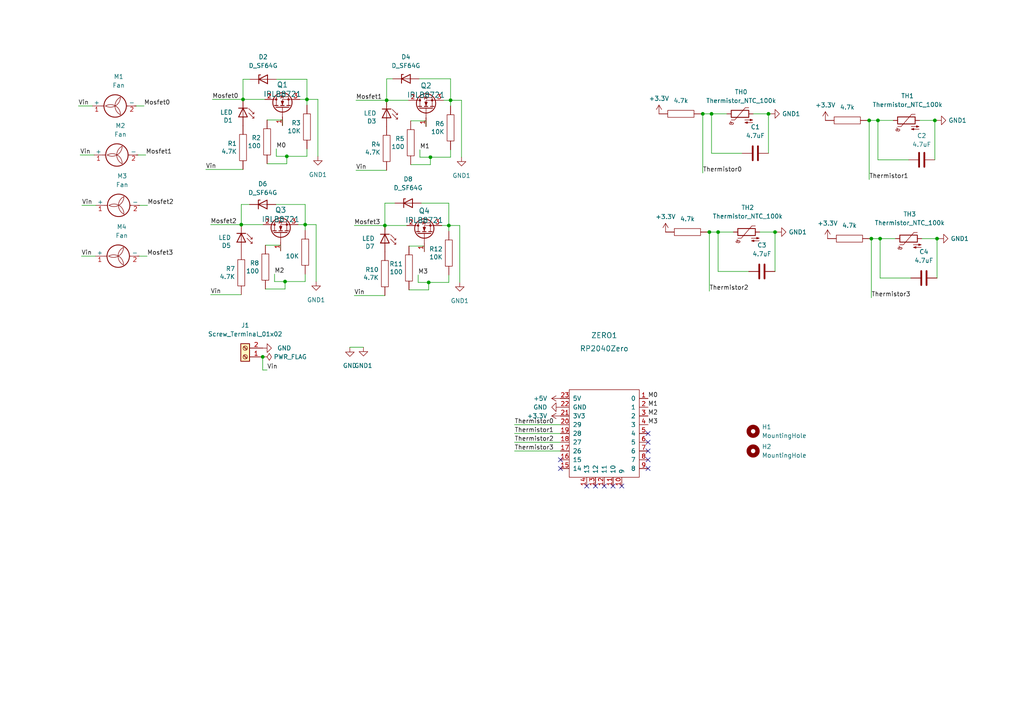
<source format=kicad_sch>
(kicad_sch (version 20230121) (generator eeschema)
  (paper "A4")
  (title_block (title "Aux board") (date "2023-02-12") (rev "0"))
  (lib_symbols
    (symbol "Connector:Screw_Terminal_01x02" (pin_names (offset 1.016) hide)
      (property "Reference" "J" (at 0 2.54 0))
      (property "Value" "Screw_Terminal_01x02" (at 0 -5.08 0))
      (symbol "Screw_Terminal_01x02_1_1"
        (rectangle (start -1.27 1.27) (end 1.27 -3.81) (stroke (width 0.254)) (fill (type background)))
        (circle (center 0 -2.54) (radius 0.635) (stroke (width 0.1524)))
        (polyline (pts (xy -0.5334 -2.2098) (xy 0.3302 -3.048)) (stroke (width 0.1524)))
        (polyline (pts (xy -0.5334 0.3302) (xy 0.3302 -0.508)) (stroke (width 0.1524)))
        (polyline (pts (xy -0.3556 -2.032) (xy 0.508 -2.8702)) (stroke (width 0.1524)))
        (polyline (pts (xy -0.3556 0.508) (xy 0.508 -0.3302)) (stroke (width 0.1524)))
        (circle (center 0 0) (radius 0.635) (stroke (width 0.1524)))
        (pin passive line (at -5.08 0 0) (length 3.81) (name "Pin_1") (number "1"))
        (pin passive line (at -5.08 -2.54 0) (length 3.81) (name "Pin_2") (number "2"))
      )
    )
    (symbol "Device:C" (pin_numbers hide) (pin_names (offset 0.254))
      (property "Reference" "C" (at 0.635 2.54 0))
      (property "Value" "C" (at 0.635 -2.54 0))
      (symbol "C_0_1"
        (polyline (pts (xy -2.032 -0.762) (xy 2.032 -0.762)) (stroke (width 0.508)))
        (polyline (pts (xy -2.032 0.762) (xy 2.032 0.762)) (stroke (width 0.508)))
      )
      (symbol "C_1_1"
        (pin passive line (at 0 3.81 270) (length 2.794) (name "~") (number "1"))
        (pin passive line (at 0 -3.81 90) (length 2.794) (name "~") (number "2"))
      )
    )
    (symbol "Device:D_Zener" (pin_numbers hide) (pin_names (offset 1.016) hide)
      (property "Reference" "D" (at 0 2.54 0))
      (property "Value" "D_Zener" (at 0 -2.54 0))
      (symbol "D_Zener_0_1"
        (polyline (pts (xy 1.27 0) (xy -1.27 0)))
        (polyline (pts (xy -1.27 -1.27) (xy -1.27 1.27) (xy -0.762 1.27)) (stroke (width 0.254)))
        (polyline (pts (xy 1.27 -1.27) (xy 1.27 1.27) (xy -1.27 0) (xy 1.27 -1.27)) (stroke (width 0.254)))
      )
      (symbol "D_Zener_1_1"
        (pin passive line (at -3.81 0 0) (length 2.54) (name "K") (number "1"))
        (pin passive line (at 3.81 0 180) (length 2.54) (name "A") (number "2"))
      )
    )
    (symbol "Device:Thermistor_NTC" (pin_numbers hide) (pin_names (offset 0))
      (property "Reference" "TH" (at -4.445 0 90))
      (property "Value" "Thermistor_NTC" (at 3.175 0 90))
      (symbol "Thermistor_NTC_0_1"
        (arc (start -3.048 2.159) (mid -3.0495 2.3143) (end -3.175 2.413))
        (arc (start -3.048 2.159) (mid -2.9736 1.9794) (end -2.794 1.905))
        (arc (start -3.048 2.794) (mid -2.9736 2.6144) (end -2.794 2.54))
        (arc (start -2.794 1.905) (mid -2.6144 1.9794) (end -2.54 2.159))
        (arc (start -2.794 2.54) (mid -2.4393 2.5587) (end -2.159 2.794))
        (arc (start -2.794 3.048) (mid -2.9736 2.9736) (end -3.048 2.794))
        (arc (start -2.54 2.794) (mid -2.6144 2.9736) (end -2.794 3.048))
        (rectangle (start -1.016 2.54) (end 1.016 -2.54) (stroke (width 0.254)))
        (polyline (pts (xy -2.54 2.159) (xy -2.54 2.794)))
        (polyline (pts (xy -1.778 2.54) (xy -1.778 1.524) (xy 1.778 -1.524) (xy 1.778 -2.54)))
        (polyline (pts (xy -2.54 -3.683) (xy -2.54 -1.397) (xy -2.794 -2.159) (xy -2.286 -2.159) (xy -2.54 -1.397) (xy -2.54 -1.651)) (fill (type outline)))
        (polyline (pts (xy -1.778 -1.397) (xy -1.778 -3.683) (xy -2.032 -2.921) (xy -1.524 -2.921) (xy -1.778 -3.683) (xy -1.778 -3.429)) (fill (type outline)))
      )
      (symbol "Thermistor_NTC_1_1"
        (pin passive line (at 0 3.81 270) (length 1.27) (name "~") (number "1"))
        (pin passive line (at 0 -3.81 90) (length 1.27) (name "~") (number "2"))
      )
    )
    (symbol "LED:CQY99" (pin_numbers hide) (pin_names (offset 1.016) hide)
      (property "Reference" "D" (at 0.508 1.778 0))
      (property "Value" "CQY99" (at -1.016 -2.794 0))
      (symbol "CQY99_0_1"
        (polyline (pts (xy -2.54 1.27) (xy -2.54 -1.27)) (stroke (width 0.254)))
        (polyline (pts (xy 0 0) (xy -2.54 0)))
        (polyline (pts (xy 0.381 3.175) (xy -0.127 3.175)))
        (polyline (pts (xy -1.143 1.651) (xy 0.381 3.175) (xy 0.381 2.667)))
        (polyline (pts (xy 0 -1.27) (xy -2.54 0) (xy 0 1.27) (xy 0 -1.27)) (stroke (width 0.254)))
        (polyline (pts (xy -2.413 1.651) (xy -0.889 3.175) (xy -0.889 2.667) (xy -0.889 3.175) (xy -1.397 3.175)))
      )
      (symbol "CQY99_1_1"
        (pin passive line (at -5.08 0 0) (length 2.54) (name "K") (number "1"))
        (pin passive line (at 2.54 0 180) (length 2.54) (name "A") (number "2"))
      )
    )
    (symbol "Mechanical:MountingHole" (pin_names (offset 1.016))
      (property "Reference" "H" (at 0 5.08 0))
      (property "Value" "MountingHole" (at 0 3.175 0))
      (symbol "MountingHole_0_1"
        (circle (center 0 0) (radius 1.27) (stroke (width 1.27)))
      )
    )
    (symbol "Motor:Fan" (pin_names (offset 0))
      (property "Reference" "M" (at 2.54 5.08 0))
      (property "Value" "Fan" (at 2.54 -2.54 0))
      (symbol "Fan_0_1"
        (arc (start -2.54 -0.508) (mid 0.0028 0.9121) (end 0 3.81))
        (polyline (pts (xy 0 -5.08) (xy 0 -4.572)))
        (polyline (pts (xy 0 -2.2352) (xy 0 -2.6416)))
        (polyline (pts (xy 0 4.2672) (xy 0 4.6228)))
        (polyline (pts (xy 0 4.572) (xy 0 5.08)))
        (circle (center 0 1.016) (radius 3.2512) (stroke (width 0.254)))
        (arc (start 0 3.81) (mid 0.053 0.921) (end 2.54 -0.508))
        (arc (start 2.54 -0.508) (mid 0 1.0618) (end -2.54 -0.508))
      )
      (symbol "Fan_1_1"
        (pin passive line (at 0 7.62 270) (length 2.54) (name "+") (number "1"))
        (pin passive line (at 0 -5.08 90) (length 2.54) (name "-") (number "2"))
      )
    )
    (symbol "Transistor_FET:IRLB8721PBF" (pin_names hide)
      (property "Reference" "Q" (at 6.35 1.905 0))
      (property "Value" "IRLB8721PBF" (at 6.35 0 0))
      (symbol "IRLB8721PBF_0_1"
        (polyline (pts (xy 0.254 0) (xy -2.54 0)))
        (polyline (pts (xy 0.254 1.905) (xy 0.254 -1.905)) (stroke (width 0.254)))
        (polyline (pts (xy 0.762 -1.27) (xy 0.762 -2.286)) (stroke (width 0.254)))
        (polyline (pts (xy 0.762 0.508) (xy 0.762 -0.508)) (stroke (width 0.254)))
        (polyline (pts (xy 0.762 2.286) (xy 0.762 1.27)) (stroke (width 0.254)))
        (polyline (pts (xy 2.54 2.54) (xy 2.54 1.778)))
        (polyline (pts (xy 2.54 -2.54) (xy 2.54 0) (xy 0.762 0)))
        (polyline (pts (xy 0.762 -1.778) (xy 3.302 -1.778) (xy 3.302 1.778) (xy 0.762 1.778)))
        (polyline (pts (xy 1.016 0) (xy 2.032 0.381) (xy 2.032 -0.381) (xy 1.016 0)) (fill (type outline)))
        (polyline (pts (xy 2.794 0.508) (xy 2.921 0.381) (xy 3.683 0.381) (xy 3.81 0.254)))
        (polyline (pts (xy 3.302 0.381) (xy 2.921 -0.254) (xy 3.683 -0.254) (xy 3.302 0.381)))
        (circle (center 1.651 0) (radius 2.794) (stroke (width 0.254)))
        (circle (center 2.54 -1.778) (radius 0.254) (fill (type outline)))
        (circle (center 2.54 1.778) (radius 0.254) (fill (type outline)))
      )
      (symbol "IRLB8721PBF_1_1"
        (pin input line (at -5.08 0 0) (length 2.54) (name "G") (number "1"))
        (pin passive line (at 2.54 5.08 270) (length 2.54) (name "D") (number "2"))
        (pin passive line (at 2.54 -5.08 90) (length 2.54) (name "S") (number "3"))
      )
    )
    (symbol "mcu:rp2040-zero" (pin_names (offset 1.016))
      (property "Reference" "U" (at 0 15.24 0))
      (property "Value" "rp2040-zero" (at 0 12.7 0))
      (symbol "rp2040-zero_0_1"
        (rectangle (start -10.16 11.43) (end 10.16 -13.97))
      )
      (symbol "rp2040-zero_1_1"
        (pin bidirectional line (at 12.7 8.89 180) (length 2.54) (name "0") (number "1"))
        (pin bidirectional line (at 5.08 -16.51 90) (length 2.54) (name "9") (number "10"))
        (pin bidirectional line (at 2.54 -16.51 90) (length 2.54) (name "10") (number "11"))
        (pin bidirectional line (at 0 -16.51 90) (length 2.54) (name "11") (number "12"))
        (pin bidirectional line (at -2.54 -16.51 90) (length 2.54) (name "12") (number "13"))
        (pin bidirectional line (at -5.08 -16.51 90) (length 2.54) (name "13") (number "14"))
        (pin bidirectional line (at -12.7 -11.43 0) (length 2.54) (name "14") (number "15"))
        (pin bidirectional line (at -12.7 -8.89 0) (length 2.54) (name "15") (number "16"))
        (pin bidirectional line (at -12.7 -6.35 0) (length 2.54) (name "26") (number "17"))
        (pin bidirectional line (at -12.7 -3.81 0) (length 2.54) (name "27") (number "18"))
        (pin bidirectional line (at -12.7 -1.27 0) (length 2.54) (name "28") (number "19"))
        (pin bidirectional line (at 12.7 6.35 180) (length 2.54) (name "1") (number "2"))
        (pin bidirectional line (at -12.7 1.27 0) (length 2.54) (name "29") (number "20"))
        (pin power_out line (at -12.7 3.81 0) (length 2.54) (name "3V3") (number "21"))
        (pin power_out line (at -12.7 6.35 0) (length 2.54) (name "GND") (number "22"))
        (pin power_out line (at -12.7 8.89 0) (length 2.54) (name "5V") (number "23"))
        (pin bidirectional line (at 12.7 3.81 180) (length 2.54) (name "2") (number "3"))
        (pin bidirectional line (at 12.7 1.27 180) (length 2.54) (name "3") (number "4"))
        (pin bidirectional line (at 12.7 -1.27 180) (length 2.54) (name "4") (number "5"))
        (pin bidirectional line (at 12.7 -3.81 180) (length 2.54) (name "5") (number "6"))
        (pin bidirectional line (at 12.7 -6.35 180) (length 2.54) (name "6") (number "7"))
        (pin bidirectional line (at 12.7 -8.89 180) (length 2.54) (name "7") (number "8"))
        (pin bidirectional line (at 12.7 -11.43 180) (length 2.54) (name "8") (number "9"))
      )
    )
    (symbol "power:+3.3V" (power) (pin_names (offset 0))
      (property "Value" "+3.3V" (at 0 3.556 0))
      (symbol "+3.3V_0_1"
        (polyline (pts (xy -0.762 1.27) (xy 0 2.54)))
        (polyline (pts (xy 0 0) (xy 0 2.54)))
        (polyline (pts (xy 0 2.54) (xy 0.762 1.27)))
      )
      (symbol "+3.3V_1_1"
        (pin power_in line (at 0 0 90) (length 0) hide (name "+3.3V") (number "1"))
      )
    )
    (symbol "power:+5V" (power) (pin_names (offset 0))
      (property "Value" "+5V" (at 0 3.556 0))
      (symbol "+5V_0_1"
        (polyline (pts (xy -0.762 1.27) (xy 0 2.54)))
        (polyline (pts (xy 0 0) (xy 0 2.54)))
        (polyline (pts (xy 0 2.54) (xy 0.762 1.27)))
      )
      (symbol "+5V_1_1"
        (pin power_in line (at 0 0 90) (length 0) hide (name "+5V") (number "1"))
      )
    )
    (symbol "power:GND" (power) (pin_names (offset 0))
      (property "Value" "GND" (at 0 -3.81 0))
      (symbol "GND_0_1"
        (polyline (pts (xy 0 0) (xy 0 -1.27) (xy 1.27 -1.27) (xy 0 -2.54) (xy -1.27 -1.27) (xy 0 -1.27)))
      )
      (symbol "GND_1_1"
        (pin power_in line (at 0 0 270) (length 0) hide (name "GND") (number "1"))
      )
    )
    (symbol "power:GND1" (power) (pin_names (offset 0))
      (property "Value" "GND1" (at 0 -3.81 0))
      (symbol "GND1_0_1"
        (polyline (pts (xy 0 0) (xy 0 -1.27) (xy 1.27 -1.27) (xy 0 -2.54) (xy -1.27 -1.27) (xy 0 -1.27)))
      )
      (symbol "GND1_1_1"
        (pin power_in line (at 0 0 270) (length 0) hide (name "GND1") (number "1"))
      )
    )
    (symbol "power:PWR_FLAG" (power) (pin_numbers hide) (pin_names (offset 0) hide)
      (property "Value" "PWR_FLAG" (at 0 3.81 0))
      (symbol "PWR_FLAG_0_0"
        (pin power_out line (at 0 0 90) (length 0) (name "pwr") (number "1"))
      )
      (symbol "PWR_FLAG_0_1"
        (polyline (pts (xy 0 0) (xy 0 1.27) (xy -1.016 1.905) (xy 0 2.54) (xy 1.016 1.905) (xy 0 1.27)))
      )
    )
    (symbol "pspice:R" (pin_numbers hide) (pin_names (offset 0))
      (property "Reference" "R" (at 2.032 0 90))
      (property "Value" "R" (at 0 0 90))
      (symbol "R_0_1"
        (rectangle (start -1.016 3.81) (end 1.016 -3.81))
      )
      (symbol "R_1_1"
        (pin passive line (at 0 6.35 270) (length 2.54) (name "~") (number "1"))
        (pin passive line (at 0 -6.35 90) (length 2.54) (name "~") (number "2"))
      )
    )
  )
  (junction (at 124.841 45.593))
  (junction (at 224.79 67.31))
  (junction (at 89.027 28.829))
  (junction (at 83.185 45.339))
  (junction (at 222.885 33.02))
  (junction (at 208.28 67.31))
  (junction (at 130.683 29.083))
  (junction (at 76.2 103.505))
  (junction (at 255.27 69.215))
  (junction (at 252.095 34.925))
  (junction (at 271.78 69.215))
  (junction (at 203.835 33.02))
  (junction (at 82.677 81.661))
  (junction (at 271.145 34.925))
  (junction (at 111.633 65.405))
  (junction (at 69.977 65.151))
  (junction (at 252.73 69.215))
  (junction (at 206.375 33.02))
  (junction (at 130.175 65.405))
  (junction (at 124.333 81.915))
  (junction (at 205.74 67.31))
  (junction (at 254.635 34.925))
  (junction (at 88.519 65.151))
  (junction (at 70.485 28.829))
  (junction (at 112.141 29.083))
  (no_connect (at 187.96 135.89))
  (no_connect (at 187.96 133.35))
  (no_connect (at 177.8 140.97))
  (no_connect (at 187.96 128.27))
  (no_connect (at 187.96 130.81))
  (no_connect (at 170.18 140.97))
  (no_connect (at 175.26 140.97))
  (no_connect (at 162.56 133.35))
  (no_connect (at 187.96 125.73))
  (no_connect (at 180.34 140.97))
  (no_connect (at 172.72 140.97))
  (no_connect (at 162.56 135.89))
  (wire (pts (xy 76.962 71.12) (xy 81.407 71.12)))
  (wire (pts (xy 254.635 46.355) (xy 254.635 34.925)))
  (wire (pts (xy 23.749 59.563) (xy 27.813 59.563)))
  (wire (pts (xy 217.17 78.74) (xy 208.28 78.74)))
  (wire (pts (xy 263.525 46.355) (xy 254.635 46.355)))
  (wire (pts (xy 130.175 65.405) (xy 130.175 67.056)))
  (wire (pts (xy 69.977 85.471) (xy 61.087 85.471)))
  (wire (pts (xy 203.835 33.02) (xy 203.835 50.165)))
  (wire (pts (xy 222.885 33.02) (xy 222.885 44.45)))
  (wire (pts (xy 77.47 34.798) (xy 81.915 34.798)))
  (wire (pts (xy 267.335 69.215) (xy 271.78 69.215)))
  (wire (pts (xy 124.333 84.074) (xy 124.333 81.915)))
  (wire (pts (xy 112.141 22.86) (xy 112.141 29.083)))
  (wire (pts (xy 112.141 49.403) (xy 103.251 49.403)))
  (wire (pts (xy 111.633 65.405) (xy 117.983 65.405)))
  (wire (pts (xy 61.595 28.829) (xy 70.485 28.829)))
  (wire (pts (xy 252.095 34.925) (xy 254.635 34.925)))
  (wire (pts (xy 59.69 49.149) (xy 70.485 49.149)))
  (wire (pts (xy 69.977 65.151) (xy 61.087 65.151)))
  (wire (pts (xy 72.517 22.987) (xy 70.485 22.987)))
  (wire (pts (xy 124.333 81.915) (xy 121.285 81.915)))
  (wire (pts (xy 89.027 28.829) (xy 92.202 28.829)))
  (wire (pts (xy 112.141 29.083) (xy 118.491 29.083)))
  (wire (pts (xy 130.175 79.756) (xy 130.175 81.915)))
  (wire (pts (xy 121.793 45.593) (xy 121.793 43.434)))
  (wire (pts (xy 89.027 22.987) (xy 89.027 28.829)))
  (wire (pts (xy 208.28 67.31) (xy 212.725 67.31)))
  (wire (pts (xy 271.78 69.215) (xy 271.78 80.645)))
  (wire (pts (xy 92.202 28.829) (xy 92.202 45.339)))
  (wire (pts (xy 80.01 59.309) (xy 88.519 59.309)))
  (wire (pts (xy 77.47 107.315) (xy 76.2 107.315)))
  (wire (pts (xy 113.919 22.86) (xy 112.141 22.86)))
  (wire (pts (xy 83.185 45.339) (xy 89.027 45.339)))
  (wire (pts (xy 203.835 33.02) (xy 206.375 33.02)))
  (wire (pts (xy 77.47 47.498) (xy 83.185 47.498)))
  (wire (pts (xy 215.265 44.45) (xy 206.375 44.45)))
  (wire (pts (xy 271.145 34.925) (xy 271.145 46.355)))
  (wire (pts (xy 252.095 34.925) (xy 252.095 52.07)))
  (wire (pts (xy 83.185 47.498) (xy 83.185 45.339)))
  (wire (pts (xy 114.554 58.928) (xy 111.633 58.928)))
  (wire (pts (xy 205.74 67.31) (xy 208.28 67.31)))
  (wire (pts (xy 39.497 30.734) (xy 41.783 30.734)))
  (wire (pts (xy 88.519 79.502) (xy 88.519 81.661)))
  (wire (pts (xy 88.519 59.309) (xy 88.519 65.151)))
  (wire (pts (xy 205.74 67.31) (xy 205.74 84.455)))
  (wire (pts (xy 124.841 45.593) (xy 121.793 45.593)))
  (wire (pts (xy 121.539 22.86) (xy 130.683 22.86)))
  (wire (pts (xy 91.694 65.151) (xy 91.694 81.661)))
  (wire (pts (xy 149.225 125.73) (xy 162.56 125.73)))
  (wire (pts (xy 40.005 44.958) (xy 42.291 44.958)))
  (wire (pts (xy 111.633 65.405) (xy 102.743 65.405)))
  (wire (pts (xy 130.683 29.083) (xy 133.858 29.083)))
  (wire (pts (xy 40.513 59.563) (xy 42.799 59.563)))
  (wire (pts (xy 76.2 107.315) (xy 76.2 103.505)))
  (wire (pts (xy 222.885 33.02) (xy 223.52 33.02)))
  (wire (pts (xy 111.633 65.405) (xy 111.633 66.675)))
  (wire (pts (xy 88.519 65.151) (xy 88.519 66.802)))
  (wire (pts (xy 124.841 47.752) (xy 124.841 45.593)))
  (wire (pts (xy 101.473 100.711) (xy 101.473 100.838)))
  (wire (pts (xy 208.28 78.74) (xy 208.28 67.31)))
  (wire (pts (xy 206.375 44.45) (xy 206.375 33.02)))
  (wire (pts (xy 86.487 65.151) (xy 88.519 65.151)))
  (wire (pts (xy 23.241 44.958) (xy 27.305 44.958)))
  (wire (pts (xy 69.977 65.151) (xy 69.977 66.421)))
  (wire (pts (xy 130.175 65.405) (xy 133.35 65.405)))
  (wire (pts (xy 76.962 83.82) (xy 82.677 83.82)))
  (wire (pts (xy 89.027 43.18) (xy 89.027 45.339)))
  (wire (pts (xy 218.44 33.02) (xy 222.885 33.02)))
  (wire (pts (xy 80.137 45.339) (xy 80.137 43.18)))
  (wire (pts (xy 255.27 80.645) (xy 255.27 69.215)))
  (wire (pts (xy 22.733 30.734) (xy 26.797 30.734)))
  (wire (pts (xy 118.618 84.074) (xy 124.333 84.074)))
  (wire (pts (xy 119.126 35.052) (xy 123.571 35.052)))
  (wire (pts (xy 128.143 65.405) (xy 130.175 65.405)))
  (wire (pts (xy 255.27 69.215) (xy 259.715 69.215)))
  (wire (pts (xy 70.485 22.987) (xy 70.485 28.829)))
  (wire (pts (xy 118.618 71.374) (xy 123.063 71.374)))
  (wire (pts (xy 69.977 59.309) (xy 69.977 65.151)))
  (wire (pts (xy 86.995 28.829) (xy 89.027 28.829)))
  (wire (pts (xy 130.683 22.86) (xy 130.683 29.083)))
  (wire (pts (xy 271.145 34.925) (xy 271.78 34.925)))
  (wire (pts (xy 112.141 29.083) (xy 112.141 30.353)))
  (wire (pts (xy 40.386 74.295) (xy 42.672 74.295)))
  (wire (pts (xy 130.175 58.928) (xy 130.175 65.405)))
  (wire (pts (xy 82.677 81.661) (xy 88.519 81.661)))
  (wire (pts (xy 69.977 65.151) (xy 76.327 65.151)))
  (wire (pts (xy 80.137 22.987) (xy 89.027 22.987)))
  (wire (pts (xy 82.677 83.82) (xy 82.677 81.661)))
  (wire (pts (xy 121.285 81.915) (xy 121.285 79.756)))
  (wire (pts (xy 266.7 34.925) (xy 271.145 34.925)))
  (wire (pts (xy 72.39 59.309) (xy 69.977 59.309)))
  (wire (pts (xy 23.622 74.295) (xy 27.686 74.295)))
  (wire (pts (xy 206.375 33.02) (xy 210.82 33.02)))
  (wire (pts (xy 111.633 58.928) (xy 111.633 65.405)))
  (wire (pts (xy 130.683 43.434) (xy 130.683 45.593)))
  (wire (pts (xy 112.141 29.083) (xy 103.251 29.083)))
  (wire (pts (xy 79.629 81.661) (xy 79.629 79.502)))
  (wire (pts (xy 124.333 81.915) (xy 130.175 81.915)))
  (wire (pts (xy 149.225 128.27) (xy 162.56 128.27)))
  (wire (pts (xy 149.225 130.81) (xy 162.56 130.81)))
  (wire (pts (xy 123.571 35.052) (xy 123.571 36.703)))
  (wire (pts (xy 149.225 123.19) (xy 162.56 123.19)))
  (wire (pts (xy 122.174 58.928) (xy 130.175 58.928)))
  (wire (pts (xy 83.185 45.339) (xy 80.137 45.339)))
  (wire (pts (xy 271.78 69.215) (xy 272.415 69.215)))
  (wire (pts (xy 130.683 29.083) (xy 130.683 30.734)))
  (wire (pts (xy 264.16 80.645) (xy 255.27 80.645)))
  (wire (pts (xy 252.73 69.215) (xy 252.73 86.36)))
  (wire (pts (xy 133.858 29.083) (xy 133.858 45.593)))
  (wire (pts (xy 81.915 34.798) (xy 81.915 36.449)))
  (wire (pts (xy 88.519 65.151) (xy 91.694 65.151)))
  (wire (pts (xy 119.126 47.752) (xy 124.841 47.752)))
  (wire (pts (xy 128.651 29.083) (xy 130.683 29.083)))
  (wire (pts (xy 224.79 67.31) (xy 224.79 78.74)))
  (wire (pts (xy 133.35 65.405) (xy 133.35 81.915)))
  (wire (pts (xy 224.79 67.31) (xy 225.425 67.31)))
  (wire (pts (xy 89.027 28.829) (xy 89.027 30.48)))
  (wire (pts (xy 124.841 45.593) (xy 130.683 45.593)))
  (wire (pts (xy 82.677 81.661) (xy 79.629 81.661)))
  (wire (pts (xy 252.73 69.215) (xy 255.27 69.215)))
  (wire (pts (xy 105.41 100.711) (xy 101.473 100.711)))
  (wire (pts (xy 111.633 85.725) (xy 102.743 85.725)))
  (wire (pts (xy 254.635 34.925) (xy 259.08 34.925)))
  (wire (pts (xy 81.407 71.12) (xy 81.407 72.771)))
  (wire (pts (xy 123.063 71.374) (xy 123.063 73.025)))
  (wire (pts (xy 220.345 67.31) (xy 224.79 67.31)))
  (wire (pts (xy 70.485 28.829) (xy 76.835 28.829)))
  (label "M2" (at 187.96 120.65 0))
  (label "Vin" (at 23.622 74.295 0))
  (label "Mosfet0" (at 41.783 30.734 0))
  (label "Thermistor0" (at 149.225 123.19 0))
  (label "M1" (at 187.96 118.11 0))
  (label "Vin" (at 102.743 85.725 0))
  (label "Vin" (at 103.251 49.403 0))
  (label "Vin" (at 61.087 85.471 0))
  (label "Mosfet2" (at 61.087 65.151 0))
  (label "Vin" (at 23.241 44.958 0))
  (label "Mosfet0" (at 61.595 28.829 0))
  (label "M3" (at 121.285 79.756 0))
  (label "Vin" (at 22.733 30.734 0))
  (label "Vin" (at 23.749 59.563 0))
  (label "Mosfet1" (at 103.251 29.083 0))
  (label "M2" (at 79.629 79.502 0))
  (label "Thermistor2" (at 149.225 128.27 0))
  (label "Thermistor3" (at 149.225 130.81 0))
  (label "Thermistor1" (at 149.225 125.73 0))
  (label "Thermistor2" (at 205.74 84.455 0))
  (label "Mosfet2" (at 42.799 59.563 0))
  (label "M1" (at 121.793 43.434 0))
  (label "M0" (at 80.137 43.18 0))
  (label "Thermistor1" (at 252.095 52.07 0))
  (label "Vin" (at 77.47 107.315 0))
  (label "Mosfet1" (at 42.291 44.958 0))
  (label "Mosfet3" (at 42.672 74.295 0))
  (label "Vin" (at 59.69 49.149 0))
  (label "Thermistor0" (at 203.835 50.165 0))
  (label "Mosfet3" (at 102.743 65.405 0))
  (label "M0" (at 187.96 115.57 0))
  (label "M3" (at 187.96 123.19 0))
  (label "Thermistor3" (at 252.73 86.36 0))
  (symbol (lib_id "mcu:rp2040-zero") (at 175.26 124.46 0) (unit 1)
    (property "Reference" "ZERO1" (at 175.26 97.282 0) (effects (font (size 1.524 1.524))))
    (property "Value" "RP2040Zero" (at 175.26 101.092 0) (effects (font (size 1.524 1.524))))
    (property "Footprint" "mcu:rp2040-zero-tht" (effects hide))
  )
  (symbol (lib_id "LED:CQY99") (at 70.485 33.909 270) (unit 1)
    (property "Reference" "D1" (at 67.5132 34.8996 90) (effects (justify right)))
    (property "Value" "LED" (at 67.5132 32.5882 90) (effects (justify right)))
    (property "Footprint" "LED_THT:LED_D5.0mm_IRGrey" (effects hide))
    (property "Datasheet" "https://www.prtice.info/IMG/pdf/CQY99.pdf" (effects hide))
    (property "LCSC" "C84256" (effects hide))
    (property "MPN" "17-215SURC/S530-A2/TR8 " (effects hide))
    (property "SKU" "304090046" (effects hide))
  )
  (symbol (lib_id "power:+3.3V") (at 239.395 34.925 0) (unit 1)
    (property "Reference" "#PWR07" (effects hide))
    (property "Value" "+3.3V" (at 239.395 30.48 0))
  )
  (symbol (lib_id "pspice:R") (at 130.683 37.084 0) (mirror x) (unit 1)
    (property "Reference" "R6" (at 128.905 35.9156 0) (effects (justify right)))
    (property "Value" "10K" (at 128.905 38.227 0) (effects (justify right)))
    (property "Footprint" "Resistor_THT:R_Axial_DIN0204_L3.6mm_D1.6mm_P5.08mm_Horizontal" (effects hide))
    (property "LCSC" "C17414" (effects hide))
    (property "MPN" "RC0805JR-0710KL" (effects hide))
    (property "SKU" "301010361" (effects hide))
  )
  (symbol (lib_id "Device:Thermistor_NTC") (at 216.535 67.31 90) (unit 1)
    (property "Reference" "TH2" (at 216.8525 60.198 90))
    (property "Value" "Thermistor_NTC_100k" (at 216.8525 62.738 90))
    (property "Footprint" "Connector_JST:JST_XH_B2B-XH-A_1x02_P2.50mm_Vertical" (effects hide))
  )
  (symbol (lib_id "Motor:Fan") (at 34.417 30.734 90) (unit 1)
    (property "Reference" "M1" (at 34.417 22.225 90))
    (property "Value" "Fan" (at 34.417 24.765 90))
    (property "Footprint" "Connector_JST:JST_XH_B2B-XH-A_1x02_P2.50mm_Vertical" (effects hide))
  )
  (symbol (lib_id "Device:D_Zener") (at 76.2 59.309 0) (unit 1)
    (property "Reference" "D6" (at 76.2 53.34 0))
    (property "Value" "D_SF64G" (at 76.2 55.88 0))
    (property "Footprint" "Diode_THT:D_DO-201AD_P12.70mm_Horizontal" (effects hide))
  )
  (symbol (lib_id "Connector:Screw_Terminal_01x02") (at 71.12 103.505 180) (unit 1)
    (property "Reference" "J1" (at 71.12 94.361 0))
    (property "Value" "Screw_Terminal_01x02" (at 71.12 96.901 0))
    (property "Footprint" "TerminalBlock_Philmore:TerminalBlock_Philmore_TB132_1x02_P5.00mm_Horizontal" (effects hide))
  )
  (symbol (lib_id "Device:C") (at 267.97 80.645 90) (unit 1)
    (property "Reference" "C4" (at 267.97 73.025 90))
    (property "Value" "4.7uF" (at 267.97 75.565 90))
    (property "Footprint" "Capacitor_THT:CP_Radial_D4.0mm_P1.50mm" (effects hide))
  )
  (symbol (lib_id "pspice:R") (at 76.962 77.47 0) (mirror x) (unit 1)
    (property "Reference" "R8" (at 75.184 76.3016 0) (effects (justify right)))
    (property "Value" "100" (at 75.184 78.613 0) (effects (justify right)))
    (property "Footprint" "Resistor_THT:R_Axial_DIN0204_L3.6mm_D1.6mm_P5.08mm_Horizontal" (effects hide))
    (property "LCSC" "C17408" (effects hide))
    (property "MPN" "RC0805JR-07100RL" (effects hide))
    (property "SKU" "301010319" (effects hide))
  )
  (symbol (lib_id "LED:CQY99") (at 112.141 34.163 270) (unit 1)
    (property "Reference" "D3" (at 109.1692 35.1536 90) (effects (justify right)))
    (property "Value" "LED" (at 109.1692 32.8422 90) (effects (justify right)))
    (property "Footprint" "LED_THT:LED_D5.0mm_IRGrey" (effects hide))
    (property "Datasheet" "https://www.prtice.info/IMG/pdf/CQY99.pdf" (effects hide))
    (property "LCSC" "C84256" (effects hide))
    (property "MPN" "17-215SURC/S530-A2/TR8 " (effects hide))
    (property "SKU" "304090046" (effects hide))
  )
  (symbol (lib_id "power:GND1") (at 92.202 45.339 0) (unit 1)
    (property "Reference" "#PWR0109" (effects hide))
    (property "Value" "GND1" (at 92.202 50.673 0))
  )
  (symbol (lib_id "power:+3.3V") (at 240.03 69.215 0) (unit 1)
    (property "Reference" "#PWR08" (effects hide))
    (property "Value" "+3.3V" (at 240.03 64.77 0))
  )
  (symbol (lib_id "power:GND1") (at 133.858 45.593 0) (unit 1)
    (property "Reference" "#PWR0111" (effects hide))
    (property "Value" "GND1" (at 133.858 50.927 0))
  )
  (symbol (lib_id "Device:D_Zener") (at 76.327 22.987 0) (unit 1)
    (property "Reference" "D2" (at 76.327 16.51 0))
    (property "Value" "D_SF64G" (at 76.327 19.05 0))
    (property "Footprint" "Diode_THT:D_DO-201AD_P12.70mm_Horizontal" (effects hide))
  )
  (symbol (lib_id "Motor:Fan") (at 35.433 59.563 90) (unit 1)
    (property "Reference" "M3" (at 35.433 51.054 90))
    (property "Value" "Fan" (at 35.433 53.594 90))
    (property "Footprint" "Connector_JST:JST_XH_B2B-XH-A_1x02_P2.50mm_Vertical" (effects hide))
  )
  (symbol (lib_id "Transistor_FET:IRLB8721PBF") (at 123.571 31.623 90) (unit 1)
    (property "Reference" "Q2" (at 123.571 24.8412 90) (effects (font (size 1.524 1.524))))
    (property "Value" "IRLB8721" (at 123.571 27.5336 90) (effects (font (size 1.524 1.524))))
    (property "Footprint" "Package_TO_SOT_THT:TO-220-3_Horizontal_TabDown" (effects hide))
    (property "Datasheet" "http://www.infineon.com/dgdl/irlb8721pbf.pdf?fileId=5546d462533600a40153566056732591" (effects hide))
    (property "Alternate PN#" "AO3400A" (effects hide))
    (property "Category" "Discrete Semiconductor Products" (effects hide))
    (property "DK_Datasheet_Link" "https://www.infineon.com/dgdl/irlml6344pbf.pdf?fileId=5546d462533600a4015356689c44262c" (effects hide))
    (property "DK_Detail_Page" "/product-detail/en/infineon-technologies/IRLML6344TRPBF/IRLML6344TRPBFCT-ND/2538168" (effects hide))
    (property "Description" "MOSFET N-CH 30V 5A SOT23" (effects hide))
    (property "Digi-Key_PN" "IRLML6344TRPBFCT-ND" (effects hide))
    (property "Family" "Transistors - FETs, MOSFETs - Single" (effects hide))
    (property "LCSC" "C20917" (effects hide))
    (property "MPN" "IRLML6344TRPBF" (effects hide))
    (property "Manufacturer" "Infineon Technologies" (effects hide))
    (property "Status" "Active" (effects hide))
  )
  (symbol (lib_id "Device:C") (at 267.335 46.355 90) (unit 1)
    (property "Reference" "C2" (at 267.335 39.37 90))
    (property "Value" "4.7uF" (at 267.335 41.91 90))
    (property "Footprint" "Capacitor_THT:CP_Radial_D4.0mm_P1.50mm" (effects hide))
  )
  (symbol (lib_id "pspice:R") (at 77.47 41.148 0) (mirror x) (unit 1)
    (property "Reference" "R2" (at 75.692 39.9796 0) (effects (justify right)))
    (property "Value" "100" (at 75.692 42.291 0) (effects (justify right)))
    (property "Footprint" "Resistor_THT:R_Axial_DIN0204_L3.6mm_D1.6mm_P5.08mm_Horizontal" (effects hide))
    (property "LCSC" "C17408" (effects hide))
    (property "MPN" "RC0805JR-07100RL" (effects hide))
    (property "SKU" "301010319" (effects hide))
  )
  (symbol (lib_id "pspice:R") (at 245.745 34.925 90) (unit 1)
    (property "Reference" "T1R2" (effects hide))
    (property "Value" "4.7k" (at 245.745 31.115 90))
    (property "Footprint" "Resistor_THT:R_Axial_DIN0204_L3.6mm_D1.6mm_P5.08mm_Horizontal" (effects hide))
  )
  (symbol (lib_id "LED:CQY99") (at 111.633 70.485 270) (unit 1)
    (property "Reference" "D7" (at 108.6612 71.4756 90) (effects (justify right)))
    (property "Value" "LED" (at 108.6612 69.1642 90) (effects (justify right)))
    (property "Footprint" "LED_THT:LED_D5.0mm_IRGrey" (effects hide))
    (property "Datasheet" "https://www.prtice.info/IMG/pdf/CQY99.pdf" (effects hide))
    (property "LCSC" "C84256" (effects hide))
    (property "MPN" "17-215SURC/S530-A2/TR8 " (effects hide))
    (property "SKU" "304090046" (effects hide))
  )
  (symbol (lib_id "pspice:R") (at 246.38 69.215 90) (unit 1)
    (property "Reference" "T1R4" (effects hide))
    (property "Value" "4.7k" (at 246.38 65.405 90))
    (property "Footprint" "Resistor_THT:R_Axial_DIN0204_L3.6mm_D1.6mm_P5.08mm_Horizontal" (effects hide))
  )
  (symbol (lib_id "Device:D_Zener") (at 118.364 58.928 0) (unit 1)
    (property "Reference" "D8" (at 118.364 51.943 0))
    (property "Value" "D_SF64G" (at 118.364 54.483 0))
    (property "Footprint" "Diode_THT:D_DO-201AD_P12.70mm_Horizontal" (effects hide))
  )
  (symbol (lib_id "Mechanical:MountingHole") (at 218.44 130.81 0) (unit 1)
    (property "Reference" "H2" (at 220.98 129.54 0) (effects (justify left)))
    (property "Value" "MountingHole" (at 220.98 132.08 0) (effects (justify left)))
    (property "Footprint" "MountingHole:MountingHole_3.2mm_M3_DIN965_Pad" (effects hide))
  )
  (symbol (lib_id "Device:D_Zener") (at 117.729 22.86 0) (unit 1)
    (property "Reference" "D4" (at 117.729 16.51 0))
    (property "Value" "D_SF64G" (at 117.729 19.05 0))
    (property "Footprint" "Diode_THT:D_DO-201AD_P12.70mm_Horizontal" (effects hide))
    (property "Datasheet" "https://www.taiwansemi.com/assets/uploads/datasheet/SF61G%20SERIES_G2105.pdf" (effects hide))
  )
  (symbol (lib_id "Motor:Fan") (at 35.306 74.295 90) (unit 1)
    (property "Reference" "M4" (at 35.306 65.786 90))
    (property "Value" "Fan" (at 35.306 68.326 90))
    (property "Footprint" "TerminalBlock_Philmore:TerminalBlock_Philmore_TB132_1x02_P5.00mm_Horizontal" (effects hide))
    (property "Datasheet" "https://cdn.sparkfun.com/assets/d/b/2/5/f/HA-522-XXP.pdf" (effects hide))
    (property "Product Page" "https://www.sparkfun.com/products/15898" (effects hide))
  )
  (symbol (lib_id "pspice:R") (at 88.519 73.152 0) (mirror x) (unit 1)
    (property "Reference" "R9" (effects hide))
    (property "Value" "10K" (at 86.741 74.295 0) (effects (justify right)))
    (property "Footprint" "Resistor_THT:R_Axial_DIN0204_L3.6mm_D1.6mm_P5.08mm_Horizontal" (effects hide))
    (property "LCSC" "C17414" (effects hide))
    (property "MPN" "RC0805JR-0710KL" (effects hide))
    (property "SKU" "301010361" (effects hide))
  )
  (symbol (lib_id "power:GND1") (at 133.35 81.915 0) (unit 1)
    (property "Reference" "#PWR0114" (effects hide))
    (property "Value" "GND1" (at 133.35 87.249 0))
  )
  (symbol (lib_id "pspice:R") (at 197.485 33.02 90) (unit 1)
    (property "Reference" "T1R1" (effects hide))
    (property "Value" "4.7k" (at 197.485 29.21 90))
    (property "Footprint" "Resistor_THT:R_Axial_DIN0204_L3.6mm_D1.6mm_P5.08mm_Horizontal" (effects hide))
  )
  (symbol (lib_id "Device:Thermistor_NTC") (at 263.525 69.215 90) (unit 1)
    (property "Reference" "TH3" (at 263.8425 62.103 90))
    (property "Value" "Thermistor_NTC_100k" (at 263.8425 64.643 90))
    (property "Footprint" "Connector_JST:JST_XH_B2B-XH-A_1x02_P2.50mm_Vertical" (effects hide))
  )
  (symbol (lib_id "Device:Thermistor_NTC") (at 214.63 33.02 90) (unit 1)
    (property "Reference" "TH0" (at 214.9475 26.67 90))
    (property "Value" "Thermistor_NTC_100k" (at 214.9475 29.21 90))
    (property "Footprint" "Connector_JST:JST_XH_B2B-XH-A_1x02_P2.50mm_Vertical" (effects hide))
  )
  (symbol (lib_id "Transistor_FET:IRLB8721PBF") (at 123.063 67.945 90) (unit 1)
    (property "Reference" "Q4" (at 123.063 61.1632 90) (effects (font (size 1.524 1.524))))
    (property "Value" "IRLB8721" (at 123.063 63.8556 90) (effects (font (size 1.524 1.524))))
    (property "Footprint" "Package_TO_SOT_THT:TO-220-3_Horizontal_TabDown" (effects hide))
    (property "Datasheet" "http://www.infineon.com/dgdl/irlb8721pbf.pdf?fileId=5546d462533600a40153566056732591" (effects hide))
    (property "Alternate PN#" "AO3400A" (effects hide))
    (property "Category" "Discrete Semiconductor Products" (effects hide))
    (property "DK_Datasheet_Link" "https://www.infineon.com/dgdl/irlml6344pbf.pdf?fileId=5546d462533600a4015356689c44262c" (effects hide))
    (property "DK_Detail_Page" "/product-detail/en/infineon-technologies/IRLML6344TRPBF/IRLML6344TRPBFCT-ND/2538168" (effects hide))
    (property "Description" "MOSFET N-CH 30V 5A SOT23" (effects hide))
    (property "Digi-Key_PN" "IRLML6344TRPBFCT-ND" (effects hide))
    (property "Family" "Transistors - FETs, MOSFETs - Single" (effects hide))
    (property "LCSC" "C20917" (effects hide))
    (property "MPN" "IRLML6344TRPBF" (effects hide))
    (property "Manufacturer" "Infineon Technologies" (effects hide))
    (property "Status" "Active" (effects hide))
  )
  (symbol (lib_id "pspice:R") (at 119.126 41.402 0) (mirror x) (unit 1)
    (property "Reference" "R5" (at 117.348 40.2336 0) (effects (justify right)))
    (property "Value" "100" (at 117.348 42.545 0) (effects (justify right)))
    (property "Footprint" "Resistor_THT:R_Axial_DIN0204_L3.6mm_D1.6mm_P5.08mm_Horizontal" (effects hide))
    (property "LCSC" "C17408" (effects hide))
    (property "MPN" "RC0805JR-07100RL" (effects hide))
    (property "SKU" "301010319" (effects hide))
  )
  (symbol (lib_id "power:GND") (at 101.473 100.838 0) (unit 1)
    (property "Reference" "#PWR0103" (effects hide))
    (property "Value" "GND" (at 101.473 106.045 0))
  )
  (symbol (lib_id "pspice:R") (at 89.027 36.83 0) (mirror x) (unit 1)
    (property "Reference" "R3" (at 87.249 35.6616 0) (effects (justify right)))
    (property "Value" "10K" (at 87.249 37.973 0) (effects (justify right)))
    (property "Footprint" "Resistor_THT:R_Axial_DIN0204_L3.6mm_D1.6mm_P5.08mm_Horizontal" (effects hide))
    (property "LCSC" "C17414" (effects hide))
    (property "MPN" "RC0805JR-0710KL" (effects hide))
    (property "SKU" "301010361" (effects hide))
  )
  (symbol (lib_id "power:GND") (at 162.56 118.11 270) (unit 1)
    (property "Reference" "#PWR02" (effects hide))
    (property "Value" "GND" (at 158.75 118.11 90) (effects (justify right)))
  )
  (symbol (lib_id "power:GND1") (at 105.41 100.711 0) (unit 1)
    (property "Reference" "#PWR0101" (effects hide))
    (property "Value" "GND1" (at 105.41 106.045 0))
  )
  (symbol (lib_id "LED:CQY99") (at 69.977 70.231 270) (unit 1)
    (property "Reference" "D5" (at 67.0052 71.2216 90) (effects (justify right)))
    (property "Value" "LED" (at 67.0052 68.9102 90) (effects (justify right)))
    (property "Footprint" "LED_THT:LED_D5.0mm_IRGrey" (effects hide))
    (property "Datasheet" "https://www.prtice.info/IMG/pdf/CQY99.pdf" (effects hide))
    (property "LCSC" "C84256" (effects hide))
    (property "MPN" "17-215SURC/S530-A2/TR8 " (effects hide))
    (property "SKU" "304090046" (effects hide))
  )
  (symbol (lib_id "power:PWR_FLAG") (at 76.2 103.505 270) (unit 1)
    (property "Reference" "#FLG01" (effects hide))
    (property "Value" "PWR_FLAG" (at 79.375 103.505 90) (effects (justify left)))
  )
  (symbol (lib_id "power:GND1") (at 223.52 33.02 90) (unit 1)
    (property "Reference" "#PWR0105" (effects hide))
    (property "Value" "GND1" (at 226.822 33.0199 90) (effects (justify right)))
  )
  (symbol (lib_id "pspice:R") (at 70.485 42.799 0) (mirror x) (unit 1)
    (property "Reference" "R1" (at 68.707 41.6306 0) (effects (justify right)))
    (property "Value" "4.7K" (at 68.707 43.942 0) (effects (justify right)))
    (property "Footprint" "Resistor_THT:R_Axial_DIN0204_L3.6mm_D1.6mm_P5.08mm_Horizontal" (effects hide))
    (property "LCSC" "C17673" (effects hide))
    (property "MPN" "RC0805JR-074K7L" (effects hide))
    (property "SKU" "301010306" (effects hide))
  )
  (symbol (lib_id "pspice:R") (at 111.633 79.375 0) (mirror x) (unit 1)
    (property "Reference" "R10" (at 109.855 78.2066 0) (effects (justify right)))
    (property "Value" "4.7K" (at 109.855 80.518 0) (effects (justify right)))
    (property "Footprint" "Resistor_THT:R_Axial_DIN0204_L3.6mm_D1.6mm_P5.08mm_Horizontal" (effects hide))
    (property "LCSC" "C17673" (effects hide))
    (property "MPN" "RC0805JR-074K7L" (effects hide))
    (property "SKU" "301010306" (effects hide))
  )
  (symbol (lib_id "Transistor_FET:IRLB8721PBF") (at 81.407 67.691 90) (unit 1)
    (property "Reference" "Q3" (at 81.407 60.9092 90) (effects (font (size 1.524 1.524))))
    (property "Value" "IRLB8721" (at 81.407 63.6016 90) (effects (font (size 1.524 1.524))))
    (property "Footprint" "Package_TO_SOT_THT:TO-220-3_Horizontal_TabDown" (effects hide))
    (property "Datasheet" "http://www.infineon.com/dgdl/irlb8721pbf.pdf?fileId=5546d462533600a40153566056732591" (effects hide))
    (property "Alternate PN#" "AO3400A" (effects hide))
    (property "Category" "Discrete Semiconductor Products" (effects hide))
    (property "DK_Datasheet_Link" "https://www.infineon.com/dgdl/irlml6344pbf.pdf?fileId=5546d462533600a4015356689c44262c" (effects hide))
    (property "DK_Detail_Page" "/product-detail/en/infineon-technologies/IRLML6344TRPBF/IRLML6344TRPBFCT-ND/2538168" (effects hide))
    (property "Description" "MOSFET N-CH 30V 5A SOT23" (effects hide))
    (property "Digi-Key_PN" "IRLML6344TRPBFCT-ND" (effects hide))
    (property "Family" "Transistors - FETs, MOSFETs - Single" (effects hide))
    (property "LCSC" "C20917" (effects hide))
    (property "MPN" "IRLML6344TRPBF" (effects hide))
    (property "Manufacturer" "Infineon Technologies" (effects hide))
    (property "Status" "Active" (effects hide))
  )
  (symbol (lib_id "power:GND1") (at 91.694 81.661 0) (unit 1)
    (property "Reference" "#PWR0112" (effects hide))
    (property "Value" "GND1" (at 91.694 86.995 0))
  )
  (symbol (lib_id "power:+3.3V") (at 193.04 67.31 0) (unit 1)
    (property "Reference" "#PWR05" (effects hide))
    (property "Value" "+3.3V" (at 193.04 62.865 0))
  )
  (symbol (lib_id "power:GND1") (at 225.425 67.31 90) (unit 1)
    (property "Reference" "#PWR0107" (effects hide))
    (property "Value" "GND1" (at 228.727 67.3099 90) (effects (justify right)))
  )
  (symbol (lib_id "pspice:R") (at 118.618 77.724 0) (mirror x) (unit 1)
    (property "Reference" "R11" (at 116.84 76.5556 0) (effects (justify right)))
    (property "Value" "100" (at 116.84 78.867 0) (effects (justify right)))
    (property "Footprint" "Resistor_THT:R_Axial_DIN0204_L3.6mm_D1.6mm_P5.08mm_Horizontal" (effects hide))
    (property "LCSC" "C17408" (effects hide))
    (property "MPN" "RC0805JR-07100RL" (effects hide))
    (property "SKU" "301010319" (effects hide))
  )
  (symbol (lib_id "pspice:R") (at 199.39 67.31 90) (unit 1)
    (property "Reference" "T1R3" (effects hide))
    (property "Value" "4.7k" (at 199.39 63.5 90))
    (property "Footprint" "Resistor_THT:R_Axial_DIN0204_L3.6mm_D1.6mm_P5.08mm_Horizontal" (effects hide))
  )
  (symbol (lib_id "Transistor_FET:IRLB8721PBF") (at 81.915 31.369 90) (unit 1)
    (property "Reference" "Q1" (at 81.915 24.5872 90) (effects (font (size 1.524 1.524))))
    (property "Value" "IRLB8721" (at 81.915 27.2796 90) (effects (font (size 1.524 1.524))))
    (property "Footprint" "Package_TO_SOT_THT:TO-220-3_Horizontal_TabDown" (effects hide))
    (property "Datasheet" "http://www.infineon.com/dgdl/irlb8721pbf.pdf?fileId=5546d462533600a40153566056732591" (effects hide))
    (property "Alternate PN#" "AO3400A" (effects hide))
    (property "Category" "Discrete Semiconductor Products" (effects hide))
    (property "DK_Datasheet_Link" "https://www.infineon.com/dgdl/irlml6344pbf.pdf?fileId=5546d462533600a4015356689c44262c" (effects hide))
    (property "DK_Detail_Page" "/product-detail/en/infineon-technologies/IRLML6344TRPBF/IRLML6344TRPBFCT-ND/2538168" (effects hide))
    (property "Description" "MOSFET N-CH 30V 5A SOT23" (effects hide))
    (property "Digi-Key_PN" "IRLML6344TRPBFCT-ND" (effects hide))
    (property "Family" "Transistors - FETs, MOSFETs - Single" (effects hide))
    (property "LCSC" "C20917" (effects hide))
    (property "MPN" "IRLML6344TRPBF" (effects hide))
    (property "Manufacturer" "Infineon Technologies" (effects hide))
    (property "Status" "Active" (effects hide))
  )
  (symbol (lib_id "power:+3.3V") (at 191.135 33.02 0) (unit 1)
    (property "Reference" "#PWR06" (effects hide))
    (property "Value" "+3.3V" (at 191.135 28.575 0))
  )
  (symbol (lib_id "Device:C") (at 220.98 78.74 90) (unit 1)
    (property "Reference" "C3" (at 220.98 71.12 90))
    (property "Value" "4.7uF" (at 220.98 73.66 90))
    (property "Footprint" "Capacitor_THT:CP_Radial_D4.0mm_P1.50mm" (effects hide))
  )
  (symbol (lib_id "pspice:R") (at 69.977 79.121 0) (mirror x) (unit 1)
    (property "Reference" "R7" (at 68.199 77.9526 0) (effects (justify right)))
    (property "Value" "4.7K" (at 68.199 80.264 0) (effects (justify right)))
    (property "Footprint" "Resistor_THT:R_Axial_DIN0204_L3.6mm_D1.6mm_P5.08mm_Horizontal" (effects hide))
    (property "LCSC" "C17673" (effects hide))
    (property "MPN" "RC0805JR-074K7L" (effects hide))
    (property "SKU" "301010306" (effects hide))
  )
  (symbol (lib_id "Motor:Fan") (at 34.925 44.958 90) (unit 1)
    (property "Reference" "M2" (at 34.925 36.449 90))
    (property "Value" "Fan" (at 34.925 38.989 90))
    (property "Footprint" "Connector_JST:JST_XH_B2B-XH-A_1x02_P2.50mm_Vertical" (effects hide))
  )
  (symbol (lib_id "Device:C") (at 219.075 44.45 90) (unit 1)
    (property "Reference" "C1" (at 219.075 36.83 90))
    (property "Value" "4.7uF" (at 219.075 39.37 90))
    (property "Footprint" "Capacitor_THT:CP_Radial_D4.0mm_P1.50mm" (effects hide))
  )
  (symbol (lib_id "pspice:R") (at 130.175 73.406 0) (mirror x) (unit 1)
    (property "Reference" "R12" (at 128.397 72.2376 0) (effects (justify right)))
    (property "Value" "10K" (at 128.397 74.549 0) (effects (justify right)))
    (property "Footprint" "Resistor_THT:R_Axial_DIN0204_L3.6mm_D1.6mm_P5.08mm_Horizontal" (effects hide))
    (property "LCSC" "C17414" (effects hide))
    (property "MPN" "RC0805JR-0710KL" (effects hide))
    (property "SKU" "301010361" (effects hide))
  )
  (symbol (lib_id "power:GND1") (at 272.415 69.215 90) (unit 1)
    (property "Reference" "#PWR0108" (effects hide))
    (property "Value" "GND1" (at 275.717 69.2149 90) (effects (justify right)))
  )
  (symbol (lib_id "Device:Thermistor_NTC") (at 262.89 34.925 90) (unit 1)
    (property "Reference" "TH1" (at 263.2075 27.813 90))
    (property "Value" "Thermistor_NTC_100k" (at 263.2075 30.353 90))
    (property "Footprint" "Connector_JST:JST_XH_B2B-XH-A_1x02_P2.50mm_Vertical" (effects hide))
  )
  (symbol (lib_id "power:+5V") (at 162.56 115.57 90) (unit 1)
    (property "Reference" "#PWR04" (effects hide))
    (property "Value" "+5V" (at 158.75 115.57 90) (effects (justify left)))
  )
  (symbol (lib_id "Mechanical:MountingHole") (at 218.44 125.095 0) (unit 1)
    (property "Reference" "H1" (at 220.98 123.825 0) (effects (justify left)))
    (property "Value" "MountingHole" (at 220.98 126.365 0) (effects (justify left)))
    (property "Footprint" "MountingHole:MountingHole_3.2mm_M3_DIN965_Pad" (effects hide))
  )
  (symbol (lib_id "power:GND") (at 76.2 100.965 90) (unit 1)
    (property "Reference" "#PWR01" (effects hide))
    (property "Value" "GND" (at 80.391 100.9649 90) (effects (justify right)))
  )
  (symbol (lib_id "power:GND1") (at 271.78 34.925 90) (unit 1)
    (property "Reference" "#PWR0110" (effects hide))
    (property "Value" "GND1" (at 275.082 34.9249 90) (effects (justify right)))
  )
  (symbol (lib_id "pspice:R") (at 112.141 43.053 0) (mirror x) (unit 1)
    (property "Reference" "R4" (at 110.363 41.8846 0) (effects (justify right)))
    (property "Value" "4.7K" (at 110.363 44.196 0) (effects (justify right)))
    (property "Footprint" "Resistor_THT:R_Axial_DIN0204_L3.6mm_D1.6mm_P5.08mm_Horizontal" (effects hide))
    (property "LCSC" "C17673" (effects hide))
    (property "MPN" "RC0805JR-074K7L" (effects hide))
    (property "SKU" "301010306" (effects hide))
  )
  (symbol (lib_id "power:+3.3V") (at 162.56 120.65 90) (unit 1)
    (property "Reference" "#PWR03" (effects hide))
    (property "Value" "+3.3V" (at 158.75 120.65 90) (effects (justify left)))
  )
)
</source>
